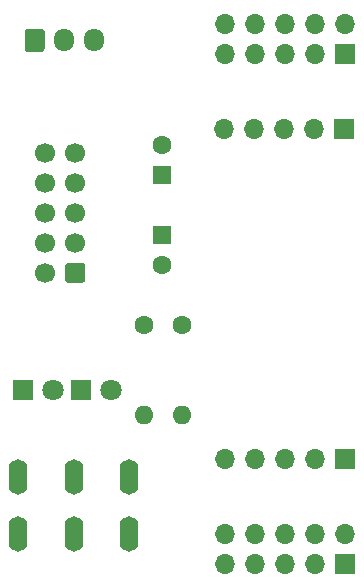
<source format=gbr>
%TF.GenerationSoftware,KiCad,Pcbnew,5.1.9+dfsg1-1~bpo10+1*%
%TF.CreationDate,2022-02-06T17:07:51+08:00*%
%TF.ProjectId,euro2breadboard,6575726f-3262-4726-9561-64626f617264,rev?*%
%TF.SameCoordinates,Original*%
%TF.FileFunction,Soldermask,Bot*%
%TF.FilePolarity,Negative*%
%FSLAX46Y46*%
G04 Gerber Fmt 4.6, Leading zero omitted, Abs format (unit mm)*
G04 Created by KiCad (PCBNEW 5.1.9+dfsg1-1~bpo10+1) date 2022-02-06 17:07:51*
%MOMM*%
%LPD*%
G01*
G04 APERTURE LIST*
%ADD10O,1.600000X3.000000*%
%ADD11C,1.600000*%
%ADD12R,1.600000X1.600000*%
%ADD13C,1.700000*%
%ADD14R,1.700000X1.700000*%
%ADD15O,1.700000X1.700000*%
%ADD16O,1.700000X1.950000*%
%ADD17C,1.800000*%
%ADD18R,1.800000X1.800000*%
%ADD19O,1.600000X1.600000*%
G04 APERTURE END LIST*
D10*
%TO.C,SW1*%
X70738000Y-85077000D03*
X80138000Y-85077000D03*
X75438000Y-85077000D03*
X70738000Y-80277000D03*
X80138000Y-80277000D03*
X75438000Y-80277000D03*
%TD*%
D11*
%TO.C,C1*%
X82931000Y-52173500D03*
D12*
X82931000Y-54673500D03*
%TD*%
%TO.C,C2*%
X82931000Y-59817000D03*
D11*
X82931000Y-62317000D03*
%TD*%
%TO.C,J2*%
G36*
G01*
X76415000Y-62392000D02*
X76415000Y-63592000D01*
G75*
G02*
X76165000Y-63842000I-250000J0D01*
G01*
X74965000Y-63842000D01*
G75*
G02*
X74715000Y-63592000I0J250000D01*
G01*
X74715000Y-62392000D01*
G75*
G02*
X74965000Y-62142000I250000J0D01*
G01*
X76165000Y-62142000D01*
G75*
G02*
X76415000Y-62392000I0J-250000D01*
G01*
G37*
D13*
X75565000Y-60452000D03*
X75565000Y-57912000D03*
X75565000Y-55372000D03*
X75565000Y-52832000D03*
X73025000Y-62992000D03*
X73025000Y-60452000D03*
X73025000Y-57912000D03*
X73025000Y-55372000D03*
X73025000Y-52832000D03*
%TD*%
D14*
%TO.C,BB_POWER_PINS1*%
X98425000Y-87630000D03*
D15*
X98425000Y-85090000D03*
X95885000Y-87630000D03*
X95885000Y-85090000D03*
X93345000Y-87630000D03*
X93345000Y-85090000D03*
X90805000Y-87630000D03*
X90805000Y-85090000D03*
X88265000Y-87630000D03*
X88265000Y-85090000D03*
%TD*%
%TO.C,BB_POWER_PINS2*%
X88265000Y-41910000D03*
X88265000Y-44450000D03*
X90805000Y-41910000D03*
X90805000Y-44450000D03*
X93345000Y-41910000D03*
X93345000Y-44450000D03*
X95885000Y-41910000D03*
X95885000Y-44450000D03*
X98425000Y-41910000D03*
D14*
X98425000Y-44450000D03*
%TD*%
%TO.C,J1*%
G36*
G01*
X71286000Y-44032000D02*
X71286000Y-42582000D01*
G75*
G02*
X71536000Y-42332000I250000J0D01*
G01*
X72736000Y-42332000D01*
G75*
G02*
X72986000Y-42582000I0J-250000D01*
G01*
X72986000Y-44032000D01*
G75*
G02*
X72736000Y-44282000I-250000J0D01*
G01*
X71536000Y-44282000D01*
G75*
G02*
X71286000Y-44032000I0J250000D01*
G01*
G37*
D16*
X74636000Y-43307000D03*
X77136000Y-43307000D03*
%TD*%
D14*
%TO.C,NEG_12V_PINS1*%
X98298000Y-50800000D03*
D15*
X95758000Y-50800000D03*
X93218000Y-50800000D03*
X90678000Y-50800000D03*
X88138000Y-50800000D03*
%TD*%
%TO.C,NEG_12V_PINS2*%
X88265000Y-78740000D03*
X90805000Y-78740000D03*
X93345000Y-78740000D03*
X95885000Y-78740000D03*
D14*
X98425000Y-78740000D03*
%TD*%
D17*
%TO.C,-12V*%
X73660000Y-72898000D03*
D18*
X71120000Y-72898000D03*
%TD*%
%TO.C,+12V*%
X76073000Y-72898000D03*
D17*
X78613000Y-72898000D03*
%TD*%
D19*
%TO.C,R1*%
X84582000Y-75057000D03*
D11*
X84582000Y-67437000D03*
%TD*%
%TO.C,R2*%
X81407000Y-67437000D03*
D19*
X81407000Y-75057000D03*
%TD*%
M02*

</source>
